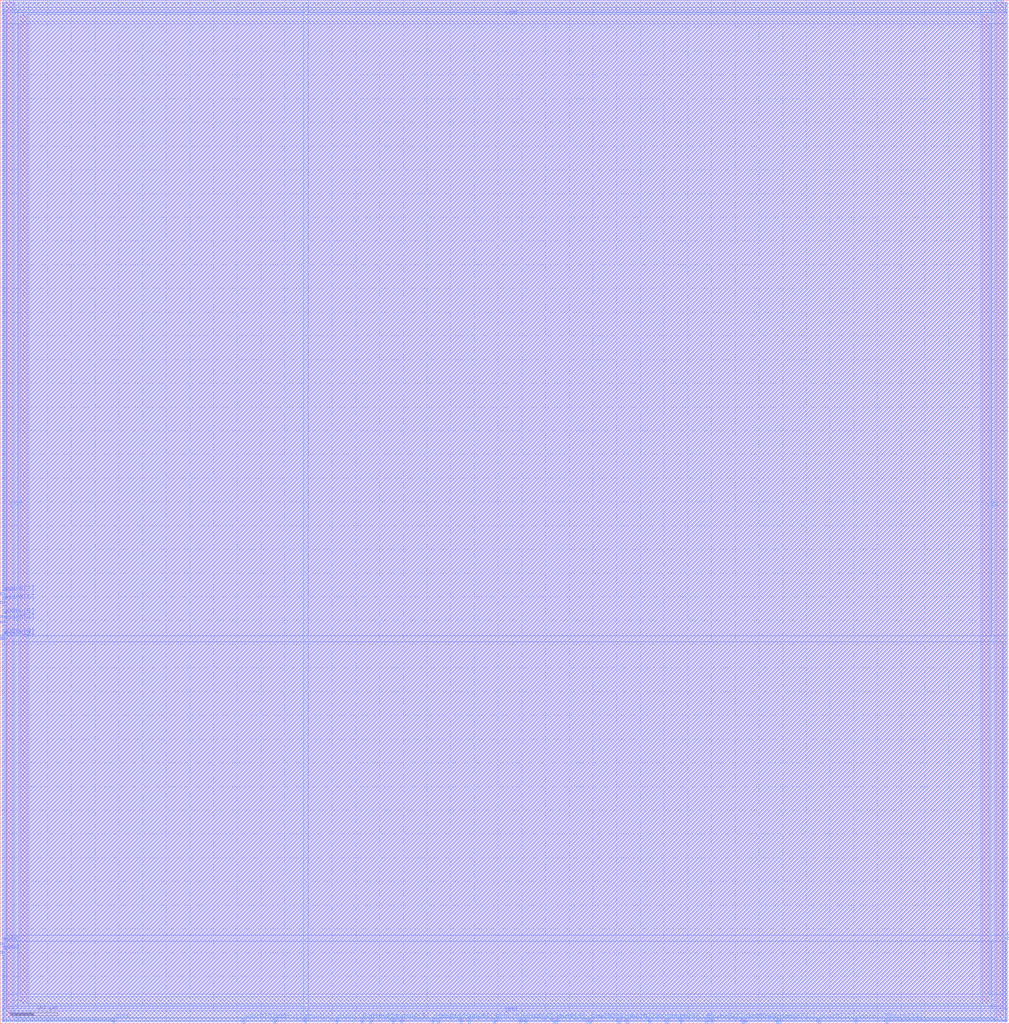
<source format=lef>
VERSION 5.4 ;
NAMESCASESENSITIVE ON ;
BUSBITCHARS "[]" ;
DIVIDERCHAR "/" ;
UNITS
  DATABASE MICRONS 2000 ;
END UNITS
MACRO ip1_rm_sram_16_256_sky130A
   CLASS BLOCK ;
   SIZE 425.57 BY 431.52 ;
   SYMMETRY X Y R90 ;
   PIN din0[0]
      DIRECTION INPUT ;
      PORT
         LAYER m4 ;
         RECT  128.52 0.0 129.26 1.93 ;
      END
   END din0[0]
   PIN din0[1]
      DIRECTION INPUT ;
      PORT
         LAYER m4 ;
         RECT  141.61 0.0 142.35 1.93 ;
      END
   END din0[1]
   PIN din0[2]
      DIRECTION INPUT ;
      PORT
         LAYER m4 ;
         RECT  155.89 0.0 156.63 1.93 ;
      END
   END din0[2]
   PIN din0[3]
      DIRECTION INPUT ;
      PORT
         LAYER m4 ;
         RECT  168.98 0.0 169.72 1.93 ;
      END
   END din0[3]
   PIN din0[4]
      DIRECTION INPUT ;
      PORT
         LAYER m4 ;
         RECT  182.07 0.0 182.81 1.93 ;
      END
   END din0[4]
   PIN din0[5]
      DIRECTION INPUT ;
      PORT
         LAYER m4 ;
         RECT  193.97 0.0 194.71 1.93 ;
      END
   END din0[5]
   PIN din0[6]
      DIRECTION INPUT ;
      PORT
         LAYER m4 ;
         RECT  208.25 0.0 208.99 1.93 ;
      END
   END din0[6]
   PIN din0[7]
      DIRECTION INPUT ;
      PORT
         LAYER m4 ;
         RECT  221.34 0.0 222.08 1.93 ;
      END
   END din0[7]
   PIN din0[8]
      DIRECTION INPUT ;
      PORT
         LAYER m4 ;
         RECT  234.43 0.0 235.17 1.93 ;
      END
   END din0[8]
   PIN din0[9]
      DIRECTION INPUT ;
      PORT
         LAYER m4 ;
         RECT  247.52 0.0 248.26 1.93 ;
      END
   END din0[9]
   PIN din0[10]
      DIRECTION INPUT ;
      PORT
         LAYER m4 ;
         RECT  260.61 0.0 261.35 1.93 ;
      END
   END din0[10]
   PIN din0[11]
      DIRECTION INPUT ;
      PORT
         LAYER m4 ;
         RECT  273.7 0.0 274.44 1.93 ;
      END
   END din0[11]
   PIN din0[12]
      DIRECTION INPUT ;
      PORT
         LAYER m4 ;
         RECT  286.79 0.0 287.53 1.93 ;
      END
   END din0[12]
   PIN din0[13]
      DIRECTION INPUT ;
      PORT
         LAYER m4 ;
         RECT  299.88 0.0 300.62 1.93 ;
      END
   END din0[13]
   PIN din0[14]
      DIRECTION INPUT ;
      PORT
         LAYER m4 ;
         RECT  312.97 0.0 313.71 1.93 ;
      END
   END din0[14]
   PIN din0[15]
      DIRECTION INPUT ;
      PORT
         LAYER m4 ;
         RECT  327.25 0.0 327.99 1.93 ;
      END
   END din0[15]
   PIN addr0[0]
      DIRECTION INPUT ;
      PORT
         LAYER m4 ;
         RECT  102.34 0.0 103.08 1.93 ;
      END
   END addr0[0]
   PIN addr0[1]
      DIRECTION INPUT ;
      PORT
         LAYER m4 ;
         RECT  115.43 0.0 116.17 1.93 ;
      END
   END addr0[1]
   PIN addr0[2]
      DIRECTION INPUT ;
      PORT
         LAYER m3 ;
         RECT  0.0 161.84 1.93 162.58 ;
      END
   END addr0[2]
   PIN addr0[3]
      DIRECTION INPUT ;
      PORT
         LAYER m3 ;
         RECT  0.0 163.03 1.93 163.77 ;
      END
   END addr0[3]
   PIN addr0[4]
      DIRECTION INPUT ;
      PORT
         LAYER m3 ;
         RECT  0.0 168.98 1.93 169.72 ;
      END
   END addr0[4]
   PIN addr0[5]
      DIRECTION INPUT ;
      PORT
         LAYER m3 ;
         RECT  0.0 171.36 1.93 172.1 ;
      END
   END addr0[5]
   PIN addr0[6]
      DIRECTION INPUT ;
      PORT
         LAYER m3 ;
         RECT  0.0 177.31 1.93 178.05 ;
      END
   END addr0[6]
   PIN addr0[7]
      DIRECTION INPUT ;
      PORT
         LAYER m3 ;
         RECT  0.0 180.88 1.93 181.62 ;
      END
   END addr0[7]
   PIN csb0
      DIRECTION INPUT ;
      PORT
         LAYER m3 ;
         RECT  0.0 29.75 1.93 30.49 ;
      END
   END csb0
   PIN web0
      DIRECTION INPUT ;
      PORT
         LAYER m3 ;
         RECT  0.0 33.32 1.93 34.06 ;
      END
   END web0
   PIN clk0
      DIRECTION INPUT ;
      PORT
         LAYER m4 ;
         RECT  47.6 0.0 48.34 1.93 ;
      END
   END clk0
   PIN dout0[0]
      DIRECTION OUTPUT ;
      PORT
         LAYER m4 ;
         RECT  152.32 0.0 153.06 1.93 ;
      END
   END dout0[0]
   PIN dout0[1]
      DIRECTION OUTPUT ;
      PORT
         LAYER m4 ;
         RECT  165.41 0.0 166.15 1.93 ;
      END
   END dout0[1]
   PIN dout0[2]
      DIRECTION OUTPUT ;
      PORT
         LAYER m4 ;
         RECT  184.45 0.0 185.19 1.93 ;
      END
   END dout0[2]
   PIN dout0[3]
      DIRECTION OUTPUT ;
      PORT
         LAYER m4 ;
         RECT  197.54 0.0 198.28 1.93 ;
      END
   END dout0[3]
   PIN dout0[4]
      DIRECTION OUTPUT ;
      PORT
         LAYER m4 ;
         RECT  218.96 0.0 219.7 1.93 ;
      END
   END dout0[4]
   PIN dout0[5]
      DIRECTION OUTPUT ;
      PORT
         LAYER m4 ;
         RECT  233.24 0.0 233.98 1.93 ;
      END
   END dout0[5]
   PIN dout0[6]
      DIRECTION OUTPUT ;
      PORT
         LAYER m4 ;
         RECT  248.71 0.0 249.45 1.93 ;
      END
   END dout0[6]
   PIN dout0[7]
      DIRECTION OUTPUT ;
      PORT
         LAYER m4 ;
         RECT  264.18 0.0 264.92 1.93 ;
      END
   END dout0[7]
   PIN dout0[8]
      DIRECTION OUTPUT ;
      PORT
         LAYER m4 ;
         RECT  280.84 0.0 281.58 1.93 ;
      END
   END dout0[8]
   PIN dout0[9]
      DIRECTION OUTPUT ;
      PORT
         LAYER m4 ;
         RECT  297.5 0.0 298.24 1.93 ;
      END
   END dout0[9]
   PIN dout0[10]
      DIRECTION OUTPUT ;
      PORT
         LAYER m4 ;
         RECT  314.16 0.0 314.9 1.93 ;
      END
   END dout0[10]
   PIN dout0[11]
      DIRECTION OUTPUT ;
      PORT
         LAYER m4 ;
         RECT  328.44 0.0 329.18 1.93 ;
      END
   END dout0[11]
   PIN dout0[12]
      DIRECTION OUTPUT ;
      PORT
         LAYER m4 ;
         RECT  345.1 0.0 345.84 1.93 ;
      END
   END dout0[12]
   PIN dout0[13]
      DIRECTION OUTPUT ;
      PORT
         LAYER m4 ;
         RECT  360.57 0.0 361.31 1.93 ;
      END
   END dout0[13]
   PIN dout0[14]
      DIRECTION OUTPUT ;
      PORT
         LAYER m4 ;
         RECT  373.66 0.0 374.4 1.93 ;
      END
   END dout0[14]
   PIN dout0[15]
      DIRECTION OUTPUT ;
      PORT
         LAYER m3 ;
         RECT  423.64 35.7 425.57 36.44 ;
      END
   END dout0[15]
   PIN vdd
      DIRECTION INOUT ;
      USE POWER ; 
      SHAPE ABUTMENT ; 
      PORT
         LAYER m3 ;
         RECT  8.33 8.33 417.24 11.45 ;
         LAYER m3 ;
         RECT  8.33 422.45 417.24 425.57 ;
         LAYER m4 ;
         RECT  8.33 8.33 11.45 425.57 ;
         LAYER m4 ;
         RECT  414.12 8.33 417.24 425.57 ;
      END
   END vdd
   PIN gnd
      DIRECTION INOUT ;
      USE GROUND ; 
      SHAPE ABUTMENT ; 
      PORT
         LAYER m3 ;
         RECT  2.38 428.4 423.19 431.52 ;
         LAYER m4 ;
         RECT  420.07 2.38 423.19 431.52 ;
         LAYER m4 ;
         RECT  2.38 2.38 5.5 431.52 ;
         LAYER m3 ;
         RECT  2.38 2.38 423.19 5.5 ;
      END
   END gnd
   OBS
   LAYER  m1 ;
      RECT  0.91 0.91 424.66 430.61 ;
   LAYER  m2 ;
      RECT  0.91 0.91 424.66 430.61 ;
   LAYER  m3 ;
      RECT  2.83 160.94 424.66 163.48 ;
      RECT  0.91 164.67 2.83 168.08 ;
      RECT  0.91 173.0 2.83 176.41 ;
      RECT  0.91 178.95 2.83 179.98 ;
      RECT  0.91 31.39 2.83 32.42 ;
      RECT  0.91 34.96 2.83 160.94 ;
      RECT  2.83 34.8 422.74 37.34 ;
      RECT  2.83 37.34 422.74 160.94 ;
      RECT  422.74 37.34 424.66 160.94 ;
      RECT  2.83 7.43 7.43 12.35 ;
      RECT  2.83 12.35 7.43 34.8 ;
      RECT  7.43 12.35 418.14 34.8 ;
      RECT  418.14 7.43 422.74 12.35 ;
      RECT  418.14 12.35 422.74 34.8 ;
      RECT  2.83 163.48 7.43 421.55 ;
      RECT  2.83 421.55 7.43 426.47 ;
      RECT  7.43 163.48 418.14 421.55 ;
      RECT  418.14 163.48 424.66 421.55 ;
      RECT  418.14 421.55 424.66 426.47 ;
      RECT  0.91 182.52 1.48 427.5 ;
      RECT  0.91 427.5 1.48 430.61 ;
      RECT  1.48 182.52 2.83 427.5 ;
      RECT  2.83 426.47 7.43 427.5 ;
      RECT  7.43 426.47 418.14 427.5 ;
      RECT  418.14 426.47 424.09 427.5 ;
      RECT  424.09 426.47 424.66 427.5 ;
      RECT  424.09 427.5 424.66 430.61 ;
      RECT  0.91 0.91 1.48 1.48 ;
      RECT  0.91 1.48 1.48 6.4 ;
      RECT  0.91 6.4 1.48 28.85 ;
      RECT  1.48 0.91 2.83 1.48 ;
      RECT  1.48 6.4 2.83 28.85 ;
      RECT  422.74 0.91 424.09 1.48 ;
      RECT  422.74 6.4 424.09 34.8 ;
      RECT  424.09 0.91 424.66 1.48 ;
      RECT  424.09 1.48 424.66 6.4 ;
      RECT  424.09 6.4 424.66 34.8 ;
      RECT  2.83 0.91 7.43 1.48 ;
      RECT  2.83 6.4 7.43 7.43 ;
      RECT  7.43 0.91 418.14 1.48 ;
      RECT  7.43 6.4 418.14 7.43 ;
      RECT  418.14 0.91 422.74 1.48 ;
      RECT  418.14 6.4 422.74 7.43 ;
   LAYER  m4 ;
      RECT  127.92 2.53 129.86 430.61 ;
      RECT  129.86 0.91 141.01 2.53 ;
      RECT  170.32 0.91 181.47 2.53 ;
      RECT  235.77 0.91 246.92 2.53 ;
      RECT  301.22 0.91 312.37 2.53 ;
      RECT  103.68 0.91 114.83 2.53 ;
      RECT  116.77 0.91 127.92 2.53 ;
      RECT  48.94 0.91 101.74 2.53 ;
      RECT  142.95 0.91 151.72 2.53 ;
      RECT  153.66 0.91 155.29 2.53 ;
      RECT  157.23 0.91 164.81 2.53 ;
      RECT  166.75 0.91 168.38 2.53 ;
      RECT  183.41 0.91 183.85 2.53 ;
      RECT  185.79 0.91 193.37 2.53 ;
      RECT  195.31 0.91 196.94 2.53 ;
      RECT  198.88 0.91 207.65 2.53 ;
      RECT  209.59 0.91 218.36 2.53 ;
      RECT  220.3 0.91 220.74 2.53 ;
      RECT  222.68 0.91 232.64 2.53 ;
      RECT  250.05 0.91 260.01 2.53 ;
      RECT  261.95 0.91 263.58 2.53 ;
      RECT  265.52 0.91 273.1 2.53 ;
      RECT  275.04 0.91 280.24 2.53 ;
      RECT  282.18 0.91 286.19 2.53 ;
      RECT  288.13 0.91 296.9 2.53 ;
      RECT  298.84 0.91 299.28 2.53 ;
      RECT  315.5 0.91 326.65 2.53 ;
      RECT  329.78 0.91 344.5 2.53 ;
      RECT  346.44 0.91 359.97 2.53 ;
      RECT  361.91 0.91 373.06 2.53 ;
      RECT  7.73 2.53 12.05 7.73 ;
      RECT  7.73 426.17 12.05 430.61 ;
      RECT  12.05 2.53 127.92 7.73 ;
      RECT  12.05 7.73 127.92 426.17 ;
      RECT  12.05 426.17 127.92 430.61 ;
      RECT  129.86 2.53 413.52 7.73 ;
      RECT  129.86 7.73 413.52 426.17 ;
      RECT  129.86 426.17 413.52 430.61 ;
      RECT  413.52 2.53 417.84 7.73 ;
      RECT  413.52 426.17 417.84 430.61 ;
      RECT  375.0 0.91 419.47 1.78 ;
      RECT  375.0 1.78 419.47 2.53 ;
      RECT  419.47 0.91 423.79 1.78 ;
      RECT  423.79 0.91 424.66 1.78 ;
      RECT  423.79 1.78 424.66 2.53 ;
      RECT  417.84 2.53 419.47 7.73 ;
      RECT  423.79 2.53 424.66 7.73 ;
      RECT  417.84 7.73 419.47 426.17 ;
      RECT  423.79 7.73 424.66 426.17 ;
      RECT  417.84 426.17 419.47 430.61 ;
      RECT  423.79 426.17 424.66 430.61 ;
      RECT  0.91 0.91 1.78 1.78 ;
      RECT  0.91 1.78 1.78 2.53 ;
      RECT  1.78 0.91 6.1 1.78 ;
      RECT  6.1 0.91 47.0 1.78 ;
      RECT  6.1 1.78 47.0 2.53 ;
      RECT  0.91 2.53 1.78 7.73 ;
      RECT  6.1 2.53 7.73 7.73 ;
      RECT  0.91 7.73 1.78 426.17 ;
      RECT  6.1 7.73 7.73 426.17 ;
      RECT  0.91 426.17 1.78 430.61 ;
      RECT  6.1 426.17 7.73 430.61 ;
   END
END    ip1_rm_sram_16_256_sky130A
END    LIBRARY

</source>
